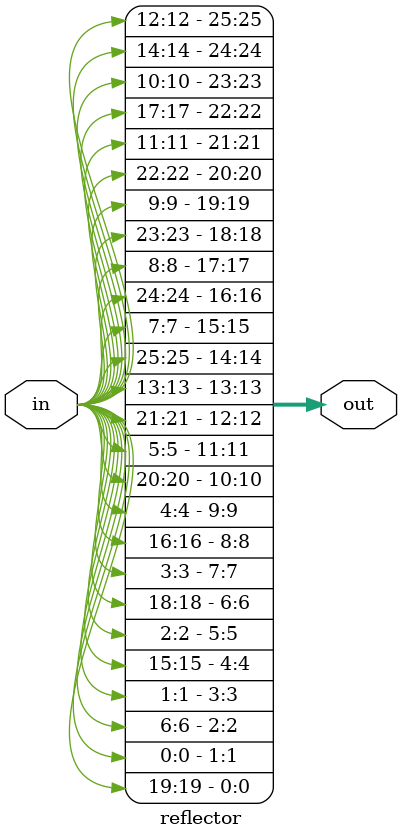
<source format=v>

module reflector(
		input wire [25:0]in,
		output reg [25:0]out
	);
parameter TRANSLATION = "BDFHJLCPRTXVZNYEIWGAKMUSQO";

always @*
begin
	out[ ((TRANSLATION>>(25*8) )&8'hFF) - 8'h41 ]= in[0 ];
	out[ ((TRANSLATION>>(24*8) )&8'hFF) - 8'h41 ]= in[1 ];
	out[ ((TRANSLATION>>(23*8) )&8'hFF) - 8'h41 ]= in[2 ];
	out[ ((TRANSLATION>>(22*8) )&8'hFF) - 8'h41 ]= in[3 ];
	out[ ((TRANSLATION>>(21*8) )&8'hFF) - 8'h41 ]= in[4 ];
	out[ ((TRANSLATION>>(20*8) )&8'hFF) - 8'h41 ]= in[5 ];
	out[ ((TRANSLATION>>(19*8) )&8'hFF) - 8'h41 ]= in[6 ];
	out[ ((TRANSLATION>>(18*8) )&8'hFF) - 8'h41 ]= in[7 ];
	out[ ((TRANSLATION>>(17*8) )&8'hFF) - 8'h41 ]= in[8 ];
	out[ ((TRANSLATION>>(16*8) )&8'hFF) - 8'h41 ]= in[9 ];
	out[ ((TRANSLATION>>(15*8) )&8'hFF) - 8'h41 ]= in[10];
	out[ ((TRANSLATION>>(14*8) )&8'hFF) - 8'h41 ]= in[11];
	out[ ((TRANSLATION>>(13*8) )&8'hFF) - 8'h41 ]= in[12];
	out[ ((TRANSLATION>>(12*8) )&8'hFF) - 8'h41 ]= in[13];
	out[ ((TRANSLATION>>(11*8) )&8'hFF) - 8'h41 ]= in[14];
	out[ ((TRANSLATION>>(10*8) )&8'hFF) - 8'h41 ]= in[15];
	out[ ((TRANSLATION>>( 9*8) )&8'hFF) - 8'h41 ]= in[16];
	out[ ((TRANSLATION>>( 8*8) )&8'hFF) - 8'h41 ]= in[17];
	out[ ((TRANSLATION>>( 7*8) )&8'hFF) - 8'h41 ]= in[18];
	out[ ((TRANSLATION>>( 6*8) )&8'hFF) - 8'h41 ]= in[19];
	out[ ((TRANSLATION>>( 5*8) )&8'hFF) - 8'h41 ]= in[20];
	out[ ((TRANSLATION>>( 4*8) )&8'hFF) - 8'h41 ]= in[21];
	out[ ((TRANSLATION>>( 3*8) )&8'hFF) - 8'h41 ]= in[22];
	out[ ((TRANSLATION>>( 2*8) )&8'hFF) - 8'h41 ]= in[23];
	out[ ((TRANSLATION>>( 1*8) )&8'hFF) - 8'h41 ]= in[24];
	out[ ((TRANSLATION>>( 0*8) )&8'hFF) - 8'h41 ]= in[25];
end

endmodule

</source>
